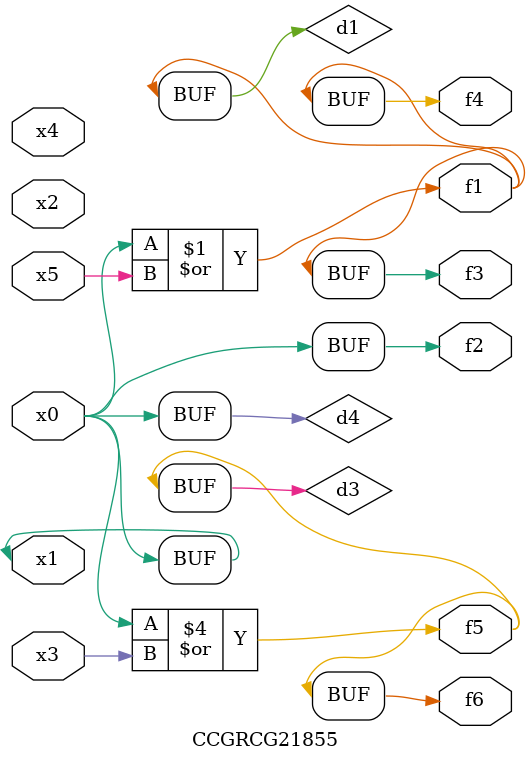
<source format=v>
module CCGRCG21855(
	input x0, x1, x2, x3, x4, x5,
	output f1, f2, f3, f4, f5, f6
);

	wire d1, d2, d3, d4;

	or (d1, x0, x5);
	xnor (d2, x1, x4);
	or (d3, x0, x3);
	buf (d4, x0, x1);
	assign f1 = d1;
	assign f2 = d4;
	assign f3 = d1;
	assign f4 = d1;
	assign f5 = d3;
	assign f6 = d3;
endmodule

</source>
